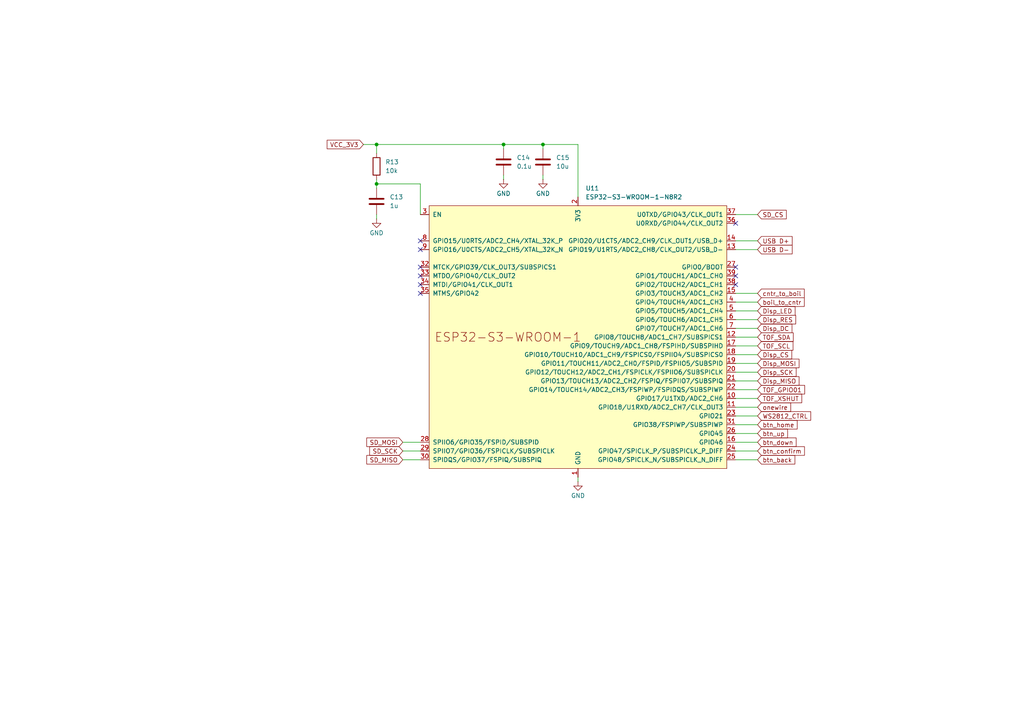
<source format=kicad_sch>
(kicad_sch (version 20231120) (generator "eeschema") (generator_version "8.0")
  (paper "A4")
  (title_block (title "Power and ESP32-S3"))
  (lib_symbols
    (symbol "Device:C" (pin_numbers hide) (pin_names (offset 0.254))
      (property "Reference" "C" (at 0.635 2.54 0))
      (property "Value" "C" (at 0.635 -2.54 0))
      (symbol "C_0_1"
        (polyline (pts (xy -2.032 -0.762) (xy 2.032 -0.762)) (stroke (width 0.508)))
        (polyline (pts (xy -2.032 0.762) (xy 2.032 0.762)) (stroke (width 0.508)))
      )
      (symbol "C_1_1"
        (pin passive line (at 0 3.81 270) (length 2.794) (name "~") (number "1"))
        (pin passive line (at 0 -3.81 90) (length 2.794) (name "~") (number "2"))
      )
    )
    (symbol "Device:R" (pin_numbers hide) (pin_names (offset 0))
      (property "Reference" "R" (at 2.032 0 90))
      (property "Value" "R" (at 0 0 90))
      (symbol "R_0_1"
        (rectangle (start -1.016 -2.54) (end 1.016 2.54) (stroke (width 0.254)))
      )
      (symbol "R_1_1"
        (pin passive line (at 0 3.81 270) (length 1.27) (name "~") (number "1"))
        (pin passive line (at 0 -3.81 90) (length 1.27) (name "~") (number "2"))
      )
    )
    (symbol "PCM_Espressif:ESP32-S3-WROOM-1" (pin_names (offset 1.016))
      (property "Reference" "U" (at -43.18 43.18 0))
      (property "Value" "ESP32-S3-WROOM-1" (at -43.18 40.64 0))
      (symbol "ESP32-S3-WROOM-1_0_0"
        (text "ESP32-S3-WROOM-1" (at -20.32 0 0) (effects (font (size 2.54 2.54))))
        (pin power_in line (at 0 -40.64 90) (length 2.54) (name "GND") (number "1"))
        (pin bidirectional line (at 45.72 -17.78 180) (length 2.54) (name "GPIO17/U1TXD/ADC2_CH6") (number "10"))
        (pin bidirectional line (at 45.72 -20.32 180) (length 2.54) (name "GPIO18/U1RXD/ADC2_CH7/CLK_OUT3") (number "11"))
        (pin bidirectional line (at 45.72 0 180) (length 2.54) (name "GPIO8/TOUCH8/ADC1_CH7/SUBSPICS1") (number "12"))
        (pin bidirectional line (at 45.72 25.4 180) (length 2.54) (name "GPIO19/U1RTS/ADC2_CH8/CLK_OUT2/USB_D-") (number "13"))
        (pin bidirectional line (at 45.72 27.94 180) (length 2.54) (name "GPIO20/U1CTS/ADC2_CH9/CLK_OUT1/USB_D+") (number "14"))
        (pin bidirectional line (at 45.72 12.7 180) (length 2.54) (name "GPIO3/TOUCH3/ADC1_CH2") (number "15"))
        (pin bidirectional line (at 45.72 -30.48 180) (length 2.54) (name "GPIO46") (number "16"))
        (pin bidirectional line (at 45.72 -2.54 180) (length 2.54) (name "GPIO9/TOUCH9/ADC1_CH8/FSPIHD/SUBSPIHD") (number "17"))
        (pin bidirectional line (at 45.72 -5.08 180) (length 2.54) (name "GPIO10/TOUCH10/ADC1_CH9/FSPICS0/FSPIIO4/SUBSPICS0") (number "18"))
        (pin bidirectional line (at 45.72 -7.62 180) (length 2.54) (name "GPIO11/TOUCH11/ADC2_CH0/FSPID/FSPIIO5/SUBSPID") (number "19"))
        (pin power_in line (at 0 40.64 270) (length 2.54) (name "3V3") (number "2"))
        (pin bidirectional line (at 45.72 -10.16 180) (length 2.54) (name "GPIO12/TOUCH12/ADC2_CH1/FSPICLK/FSPIIO6/SUBSPICLK") (number "20"))
        (pin bidirectional line (at 45.72 -12.7 180) (length 2.54) (name "GPIO13/TOUCH13/ADC2_CH2/FSPIQ/FSPIIO7/SUBSPIQ") (number "21"))
        (pin bidirectional line (at 45.72 -15.24 180) (length 2.54) (name "GPIO14/TOUCH14/ADC2_CH3/FSPIWP/FSPIDQS/SUBSPIWP") (number "22"))
        (pin bidirectional line (at 45.72 -22.86 180) (length 2.54) (name "GPIO21") (number "23"))
        (pin bidirectional line (at 45.72 -33.02 180) (length 2.54) (name "GPIO47/SPICLK_P/SUBSPICLK_P_DIFF") (number "24"))
        (pin bidirectional line (at 45.72 -35.56 180) (length 2.54) (name "GPIO48/SPICLK_N/SUBSPICLK_N_DIFF") (number "25"))
        (pin bidirectional line (at 45.72 -27.94 180) (length 2.54) (name "GPIO45") (number "26"))
        (pin bidirectional line (at 45.72 20.32 180) (length 2.54) (name "GPIO0/BOOT") (number "27"))
        (pin bidirectional line (at -45.72 -30.48 0) (length 2.54) (name "SPIIO6/GPIO35/FSPID/SUBSPID") (number "28"))
        (pin bidirectional line (at -45.72 -33.02 0) (length 2.54) (name "SPIIO7/GPIO36/FSPICLK/SUBSPICLK") (number "29"))
        (pin input line (at -45.72 35.56 0) (length 2.54) (name "EN") (number "3"))
        (pin bidirectional line (at -45.72 -35.56 0) (length 2.54) (name "SPIDQS/GPIO37/FSPIQ/SUBSPIQ") (number "30"))
        (pin bidirectional line (at 45.72 -25.4 180) (length 2.54) (name "GPIO38/FSPIWP/SUBSPIWP") (number "31"))
        (pin bidirectional line (at -45.72 20.32 0) (length 2.54) (name "MTCK/GPIO39/CLK_OUT3/SUBSPICS1") (number "32"))
        (pin bidirectional line (at -45.72 17.78 0) (length 2.54) (name "MTDO/GPIO40/CLK_OUT2") (number "33"))
        (pin bidirectional line (at -45.72 15.24 0) (length 2.54) (name "MTDI/GPIO41/CLK_OUT1") (number "34"))
        (pin bidirectional line (at -45.72 12.7 0) (length 2.54) (name "MTMS/GPIO42") (number "35"))
        (pin bidirectional line (at 45.72 33.02 180) (length 2.54) (name "U0RXD/GPIO44/CLK_OUT2") (number "36"))
        (pin bidirectional line (at 45.72 35.56 180) (length 2.54) (name "U0TXD/GPIO43/CLK_OUT1") (number "37"))
        (pin bidirectional line (at 45.72 15.24 180) (length 2.54) (name "GPIO2/TOUCH2/ADC1_CH1") (number "38"))
        (pin bidirectional line (at 45.72 17.78 180) (length 2.54) (name "GPIO1/TOUCH1/ADC1_CH0") (number "39"))
        (pin bidirectional line (at 45.72 10.16 180) (length 2.54) (name "GPIO4/TOUCH4/ADC1_CH3") (number "4"))
        (pin passive line (at 0 -40.64 90) (length 2.54) hide (name "GND") (number "40"))
        (pin passive line (at 0 -40.64 90) (length 2.54) hide (name "GND") (number "41"))
        (pin bidirectional line (at 45.72 7.62 180) (length 2.54) (name "GPIO5/TOUCH5/ADC1_CH4") (number "5"))
        (pin bidirectional line (at 45.72 5.08 180) (length 2.54) (name "GPIO6/TOUCH6/ADC1_CH5") (number "6"))
        (pin bidirectional line (at 45.72 2.54 180) (length 2.54) (name "GPIO7/TOUCH7/ADC1_CH6") (number "7"))
        (pin bidirectional line (at -45.72 27.94 0) (length 2.54) (name "GPIO15/U0RTS/ADC2_CH4/XTAL_32K_P") (number "8"))
        (pin bidirectional line (at -45.72 25.4 0) (length 2.54) (name "GPIO16/U0CTS/ADC2_CH5/XTAL_32K_N") (number "9"))
      )
      (symbol "ESP32-S3-WROOM-1_0_1"
        (rectangle (start -43.18 38.1) (end 43.18 -38.1) (fill (type background)))
      )
    )
    (symbol "power:GND" (power) (pin_numbers hide) (pin_names (offset 0) hide)
      (property "Value" "GND" (at 0 -3.81 0))
      (symbol "GND_0_1"
        (polyline (pts (xy 0 0) (xy 0 -1.27) (xy 1.27 -1.27) (xy 0 -2.54) (xy -1.27 -1.27) (xy 0 -1.27)))
      )
      (symbol "GND_1_1"
        (pin power_in line (at 0 0 270) (length 0) (name "~") (number "1"))
      )
    )
  )
  (junction (at 109.22 53.34))
  (junction (at 146.05 41.91))
  (junction (at 109.22 41.91))
  (junction (at 157.48 41.91))
  (no_connect (at 121.92 77.47))
  (no_connect (at 121.92 72.39))
  (no_connect (at 121.92 80.01))
  (no_connect (at 213.36 77.47))
  (no_connect (at 213.36 64.77))
  (no_connect (at 121.92 85.09))
  (no_connect (at 213.36 80.01))
  (no_connect (at 121.92 69.85))
  (no_connect (at 213.36 82.55))
  (no_connect (at 121.92 82.55))
  (wire (pts (xy 213.36 107.95) (xy 219.71 107.95)))
  (wire (pts (xy 213.36 95.25) (xy 219.71 95.25)))
  (wire (pts (xy 213.36 130.81) (xy 219.71 130.81)))
  (wire (pts (xy 109.22 41.91) (xy 105.41 41.91)))
  (wire (pts (xy 213.36 97.79) (xy 219.71 97.79)))
  (wire (pts (xy 213.36 113.03) (xy 219.71 113.03)))
  (wire (pts (xy 213.36 133.35) (xy 219.71 133.35)))
  (wire (pts (xy 146.05 41.91) (xy 157.48 41.91)))
  (wire (pts (xy 116.84 130.81) (xy 121.92 130.81)))
  (wire (pts (xy 121.92 53.34) (xy 109.22 53.34)))
  (wire (pts (xy 167.64 41.91) (xy 167.64 57.15)))
  (wire (pts (xy 213.36 85.09) (xy 219.71 85.09)))
  (wire (pts (xy 213.36 118.11) (xy 219.71 118.11)))
  (wire (pts (xy 213.36 69.85) (xy 219.71 69.85)))
  (wire (pts (xy 157.48 50.8) (xy 157.48 52.07)))
  (wire (pts (xy 146.05 41.91) (xy 146.05 43.18)))
  (wire (pts (xy 213.36 72.39) (xy 219.71 72.39)))
  (wire (pts (xy 121.92 62.23) (xy 121.92 53.34)))
  (wire (pts (xy 213.36 100.33) (xy 219.71 100.33)))
  (wire (pts (xy 213.36 110.49) (xy 219.71 110.49)))
  (wire (pts (xy 213.36 62.23) (xy 219.71 62.23)))
  (wire (pts (xy 109.22 41.91) (xy 109.22 44.45)))
  (wire (pts (xy 167.64 41.91) (xy 157.48 41.91)))
  (wire (pts (xy 213.36 120.65) (xy 219.71 120.65)))
  (wire (pts (xy 116.84 128.27) (xy 121.92 128.27)))
  (wire (pts (xy 213.36 125.73) (xy 219.71 125.73)))
  (wire (pts (xy 109.22 53.34) (xy 109.22 54.61)))
  (wire (pts (xy 146.05 50.8) (xy 146.05 52.07)))
  (wire (pts (xy 109.22 52.07) (xy 109.22 53.34)))
  (wire (pts (xy 157.48 41.91) (xy 157.48 43.18)))
  (wire (pts (xy 213.36 123.19) (xy 219.71 123.19)))
  (wire (pts (xy 109.22 62.23) (xy 109.22 63.5)))
  (wire (pts (xy 146.05 41.91) (xy 109.22 41.91)))
  (wire (pts (xy 213.36 90.17) (xy 219.71 90.17)))
  (wire (pts (xy 116.84 133.35) (xy 121.92 133.35)))
  (wire (pts (xy 213.36 87.63) (xy 219.71 87.63)))
  (wire (pts (xy 213.36 92.71) (xy 219.71 92.71)))
  (wire (pts (xy 213.36 102.87) (xy 219.71 102.87)))
  (wire (pts (xy 213.36 105.41) (xy 219.71 105.41)))
  (wire (pts (xy 213.36 115.57) (xy 219.71 115.57)))
  (wire (pts (xy 167.64 138.43) (xy 167.64 139.7)))
  (wire (pts (xy 213.36 128.27) (xy 219.71 128.27)))
  (global_label "btn_confirm" (shape input) (at 219.71 130.81 0) (property "Intersheetrefs" "${INTERSHEET_REFS}" (effects (hide yes))))
  (global_label "USB D-" (shape input) (at 219.71 72.39 0) (property "Intersheetrefs" "${INTERSHEET_REFS}" (effects (hide yes))))
  (global_label "Disp_MOSI" (shape input) (at 219.71 105.41 0) (property "Intersheetrefs" "${INTERSHEET_REFS}" (effects (hide yes))))
  (global_label "VCC_3V3" (shape input) (at 105.41 41.91 180) (property "Intersheetrefs" "${INTERSHEET_REFS}" (effects (hide yes))))
  (global_label "TOF_SDA" (shape input) (at 219.71 97.79 0) (property "Intersheetrefs" "${INTERSHEET_REFS}" (effects (hide yes))))
  (global_label "btn_down" (shape input) (at 219.71 128.27 0) (property "Intersheetrefs" "${INTERSHEET_REFS}" (effects (hide yes))))
  (global_label "Disp_LED" (shape input) (at 219.71 90.17 0) (property "Intersheetrefs" "${INTERSHEET_REFS}" (effects (hide yes))))
  (global_label "TOF_SCL" (shape input) (at 219.71 100.33 0) (property "Intersheetrefs" "${INTERSHEET_REFS}" (effects (hide yes))))
  (global_label "Disp_SCK" (shape input) (at 219.71 107.95 0) (property "Intersheetrefs" "${INTERSHEET_REFS}" (effects (hide yes))))
  (global_label "Disp_CS" (shape input) (at 219.71 102.87 0) (property "Intersheetrefs" "${INTERSHEET_REFS}" (effects (hide yes))))
  (global_label "Disp_RES" (shape input) (at 219.71 92.71 0) (property "Intersheetrefs" "${INTERSHEET_REFS}" (effects (hide yes))))
  (global_label "btn_back" (shape input) (at 219.71 133.35 0) (property "Intersheetrefs" "${INTERSHEET_REFS}" (effects (hide yes))))
  (global_label "cntr_to_boil" (shape input) (at 219.71 85.09 0) (property "Intersheetrefs" "${INTERSHEET_REFS}" (effects (hide yes))))
  (global_label "boil_to_cntr" (shape input) (at 219.71 87.63 0) (property "Intersheetrefs" "${INTERSHEET_REFS}" (effects (hide yes))))
  (global_label "Disp_MISO" (shape input) (at 219.71 110.49 0) (property "Intersheetrefs" "${INTERSHEET_REFS}" (effects (hide yes))))
  (global_label "TOF_XSHUT" (shape input) (at 219.71 115.57 0) (property "Intersheetrefs" "${INTERSHEET_REFS}" (effects (hide yes))))
  (global_label "btn_home" (shape input) (at 219.71 123.19 0) (property "Intersheetrefs" "${INTERSHEET_REFS}" (effects (hide yes))))
  (global_label "btn_up" (shape input) (at 219.71 125.73 0) (property "Intersheetrefs" "${INTERSHEET_REFS}" (effects (hide yes))))
  (global_label "SD_CS" (shape input) (at 219.71 62.23 0) (property "Intersheetrefs" "${INTERSHEET_REFS}" (effects (hide yes))))
  (global_label "SD_MOSI" (shape input) (at 116.84 128.27 180) (property "Intersheetrefs" "${INTERSHEET_REFS}" (effects (hide yes))))
  (global_label "USB D+" (shape input) (at 219.71 69.85 0) (property "Intersheetrefs" "${INTERSHEET_REFS}" (effects (hide yes))))
  (global_label "SD_SCK" (shape input) (at 116.84 130.81 180) (property "Intersheetrefs" "${INTERSHEET_REFS}" (effects (hide yes))))
  (global_label "TOF_GPIO01" (shape input) (at 219.71 113.03 0) (property "Intersheetrefs" "${INTERSHEET_REFS}" (effects (hide yes))))
  (global_label "SD_MISO" (shape input) (at 116.84 133.35 180) (property "Intersheetrefs" "${INTERSHEET_REFS}" (effects (hide yes))))
  (global_label "Disp_DC" (shape input) (at 219.71 95.25 0) (property "Intersheetrefs" "${INTERSHEET_REFS}" (effects (hide yes))))
  (global_label "WS2812_CTRL" (shape input) (at 219.71 120.65 0) (property "Intersheetrefs" "${INTERSHEET_REFS}" (effects (hide yes))))
  (global_label "onewire" (shape input) (at 219.71 118.11 0) (property "Intersheetrefs" "${INTERSHEET_REFS}" (effects (hide yes))))
  (symbol (lib_id "power:GND") (at 157.48 52.07 0) (unit 1)
    (property "Reference" "#PWR033" (effects (hide yes)))
    (property "Value" "GND" (at 157.48 56.134 0))
    (property "Description" "Power symbol creates a global label with name \"GND\" , ground" (effects (hide yes)))
  )
  (symbol (lib_id "PCM_Espressif:ESP32-S3-WROOM-1") (at 167.64 97.79 0) (unit 1)
    (property "Reference" "U11" (at 169.8341 54.61 0) (effects (justify left)))
    (property "Value" "ESP32-S3-WROOM-1-N8R2" (at 169.8341 57.15 0) (effects (justify left)))
    (property "Footprint" "PCM_Espressif:ESP32-S3-WROOM-1" (effects (hide yes)))
    (property "Datasheet" "https://www.espressif.com/sites/default/files/documentation/esp32-s3-wroom-1_wroom-1u_datasheet_en.pdf" (effects (hide yes)))
    (property "Description" "2.4 GHz WiFi (802.11 b/g/n) and Bluetooth ® 5 (LE) module Built around ESP32S3 series of SoCs, Xtensa ® dualcore 32bit LX7 microprocessor Flash up to 16 MB, PSRAM up to 8 MB 36 GPIOs, rich set of peripherals Onboard PCB antenna" (effects (hide yes)))
    (property "LCSC Part # " "C2913204" (effects (hide yes)))
  )
  (symbol (lib_id "Device:C") (at 157.48 46.99 0) (unit 1)
    (property "Reference" "C15" (at 161.29 45.7199 0) (effects (justify left)))
    (property "Value" "10u" (at 161.29 48.2599 0) (effects (justify left)))
    (property "Footprint" "Capacitor_SMD:C_0402_1005Metric" (effects (hide yes)))
    (property "Description" "Unpolarized capacitor" (effects (hide yes)))
    (property "LCSC Part # " " C15525" (effects (hide yes)))
  )
  (symbol (lib_id "power:GND") (at 109.22 63.5 0) (unit 1)
    (property "Reference" "#PWR031" (effects (hide yes)))
    (property "Value" "GND" (at 109.22 67.564 0))
    (property "Description" "Power symbol creates a global label with name \"GND\" , ground" (effects (hide yes)))
  )
  (symbol (lib_id "power:GND") (at 167.64 139.7 0) (unit 1)
    (property "Reference" "#PWR034" (effects (hide yes)))
    (property "Value" "GND" (at 167.64 143.764 0))
    (property "Description" "Power symbol creates a global label with name \"GND\" , ground" (effects (hide yes)))
  )
  (symbol (lib_id "Device:C") (at 109.22 58.42 0) (unit 1)
    (property "Reference" "C13" (at 113.03 57.1499 0) (effects (justify left)))
    (property "Value" "1u" (at 113.03 59.6899 0) (effects (justify left)))
    (property "Footprint" "Capacitor_SMD:C_0603_1608Metric" (effects (hide yes)))
    (property "Description" "Unpolarized capacitor" (effects (hide yes)))
    (property "LCSC Part # " "C15849" (effects (hide yes)))
  )
  (symbol (lib_id "power:GND") (at 146.05 52.07 0) (unit 1)
    (property "Reference" "#PWR032" (effects (hide yes)))
    (property "Value" "GND" (at 146.05 56.134 0))
    (property "Description" "Power symbol creates a global label with name \"GND\" , ground" (effects (hide yes)))
  )
  (symbol (lib_id "Device:R") (at 109.22 48.26 180) (unit 1)
    (property "Reference" "R13" (at 111.76 46.9899 0) (effects (justify right)))
    (property "Value" "10k" (at 111.76 49.5299 0) (effects (justify right)))
    (property "Footprint" "Resistor_SMD:R_0201_0603Metric" (effects (hide yes)))
    (property "Description" "Resistor" (effects (hide yes)))
    (property "LCSC Part # " "C25804" (effects (hide yes)))
  )
  (symbol (lib_id "Device:C") (at 146.05 46.99 0) (unit 1)
    (property "Reference" "C14" (at 149.86 45.7199 0) (effects (justify left)))
    (property "Value" "0.1u" (at 149.86 48.2599 0) (effects (justify left)))
    (property "Footprint" "Capacitor_SMD:C_0603_1608Metric" (effects (hide yes)))
    (property "Description" "Unpolarized capacitor" (effects (hide yes)))
    (property "LCSC Part # " "C14663" (effects (hide yes)))
  )
)
</source>
